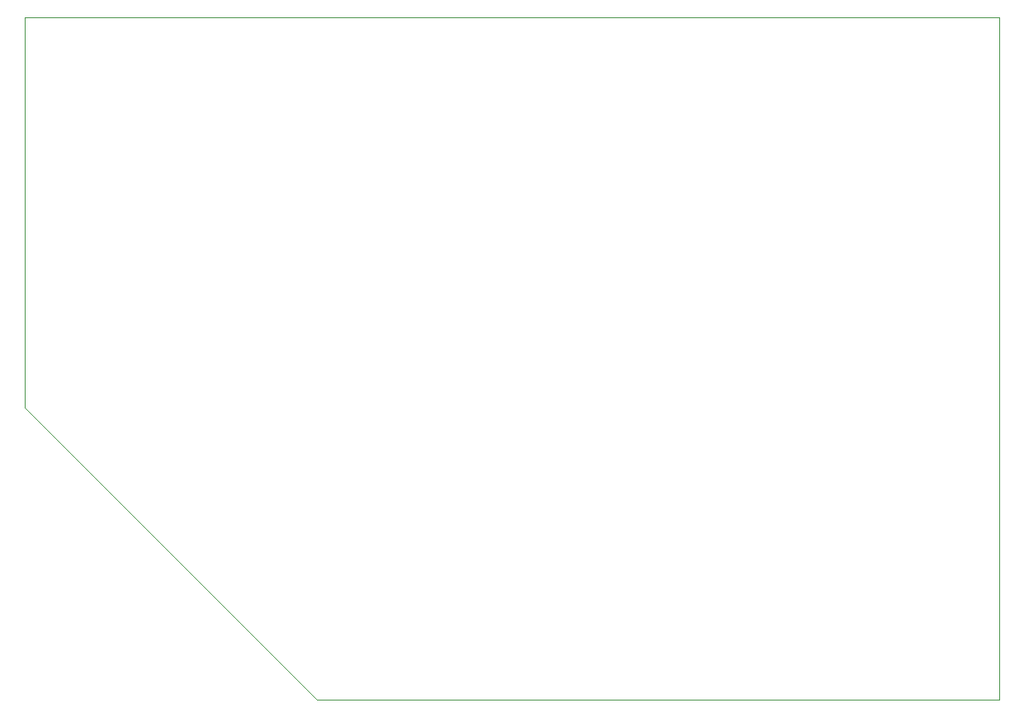
<source format=gm1>
G04 #@! TF.GenerationSoftware,KiCad,Pcbnew,6.0.9-8da3e8f707~116~ubuntu20.04.1*
G04 #@! TF.CreationDate,2022-11-14T19:37:27-05:00*
G04 #@! TF.ProjectId,psu_control,7073755f-636f-46e7-9472-6f6c2e6b6963,rev?*
G04 #@! TF.SameCoordinates,Original*
G04 #@! TF.FileFunction,Profile,NP*
%FSLAX46Y46*%
G04 Gerber Fmt 4.6, Leading zero omitted, Abs format (unit mm)*
G04 Created by KiCad (PCBNEW 6.0.9-8da3e8f707~116~ubuntu20.04.1) date 2022-11-14 19:37:27*
%MOMM*%
%LPD*%
G01*
G04 APERTURE LIST*
G04 #@! TA.AperFunction,Profile*
%ADD10C,0.050000*%
G04 #@! TD*
G04 APERTURE END LIST*
D10*
X115000000Y-85000000D02*
X45000000Y-85000000D01*
X15000000Y-15000000D02*
X115000000Y-15000000D01*
X15000000Y-55000000D02*
X45000000Y-85000000D01*
X15000000Y-15000000D02*
X15000000Y-55000000D01*
X115000000Y-15000000D02*
X115000000Y-85000000D01*
M02*

</source>
